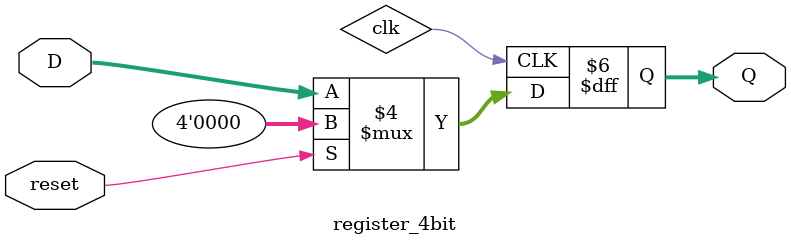
<source format=v>
module register_4bit (
	input wire [3:0]D,
	input wire reset,
	output reg [3:0]Q
);
	always @(posedge clk) begin
		if (!reset)
			Q<=D;
		else 
			Q<=0;
	end
endmodule
</source>
